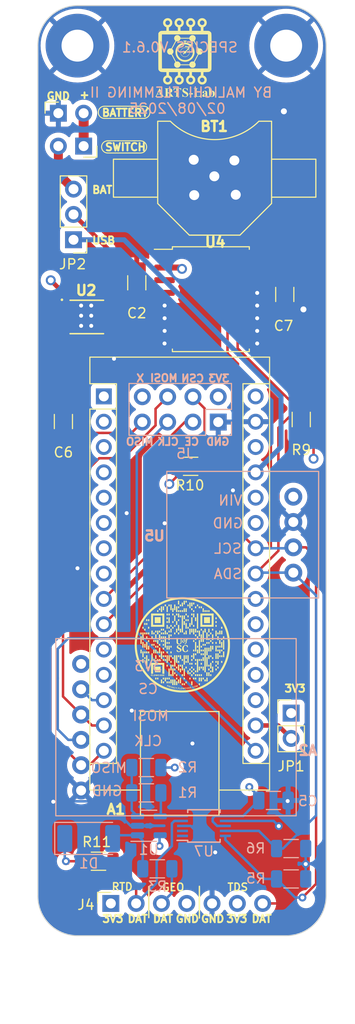
<source format=kicad_pcb>
(kicad_pcb (version 20240108) (generator "pcbnew") (generator_version "8.0")
  (layers (0 "F.Cu" mixed "Single-GND-Front") (1 "In1.Cu" power "AGND Plane") (2 "In2.Cu" power "3V3 Power Plane") (31 "B.Cu" mixed "Single-GND-Back") (34 "B.Paste" user) (35 "F.Paste" user) (36 "B.SilkS" user "B.Silkscreen") (37 "F.SilkS" user "F.Silkscreen") (38 "B.Mask" user) (39 "F.Mask" user) (44 "Edge.Cuts" user))
  (net 0 "")
  (net 4 "GND")
  (net 9 "CE")
  (net 10 "CSN")
  (net 11 "RTD")
  (net 13 "SD_CS")
  (net 14 "MOSI")
  (net 15 "MISO")
  (net 16 "CLK")
  (net 17 "3V3")
  (net 18 "Net-(JP2-C)")
  (net 19 "EC_DATA")
  (net 23 "SDA")
  (net 24 "SCL")
  (net 28 "Net-(BT1-+)")
  (net 29 "BATT")
  (net 31 "GEOPHONE")
  (net 32 "GNDA")
  (net 37 "Net-(D1-A)")
  (net 38 "Net-(U7-AIN1)")
  (net 39 "Net-(U1--)")
  (net 45 "Net-(A1-3V3)")
  (net 46 "+BATT")
  (net 47 "5V0")
  (footprint "Connector_PinSocket_2.54mm:PinSocket_2x04_P2.54mm_Vertical" (layer "F.Cu") (at 180.93 94.11 -90)
    (property "Reference" "J5" (at 3.172 3.35 0) (layer "B.SilkS") (effects (justify mirror)))
    (property "Value" "Conn_02x04")
    (pad "1" thru_hole rect (at 0 0 270) (size 1.7 1.7) (drill 1) (layers "*.Cu" "*.Mask") (net 4 "GND"))
    (pad "2" thru_hole oval (at -2.54 0 270) (size 1.7 1.7) (drill 1) (layers "*.Cu" "*.Mask") (net 17 "3V3"))
    (pad "3" thru_hole oval (at 0 2.54 270) (size 1.7 1.7) (drill 1) (layers "*.Cu" "*.Mask") (net 9 "CE"))
    (pad "4" thru_hole oval (at -2.54 2.54 270) (size 1.7 1.7) (drill 1) (layers "*.Cu" "*.Mask") (net 10 "CSN"))
    (pad "5" thru_hole oval (at 0 5.08 270) (size 1.7 1.7) (drill 1) (layers "*.Cu" "*.Mask") (net 16 "CLK"))
    (pad "6" thru_hole oval (at -2.54 5.08 270) (size 1.7 1.7) (drill 1) (layers "*.Cu" "*.Mask") (net 14 "MOSI"))
    (pad "7" thru_hole oval (at 0 7.62 270) (size 1.7 1.7) (drill 1) (layers "*.Cu" "*.Mask") (net 15 "MISO"))
    (pad "8" thru_hole oval (at -2.54 7.62 270) (size 1.7 1.7) (drill 1) (layers "*.Cu" "*.Mask"))
  )
  (footprint "MountingHole:MountingHole_3.2mm_M3_Pad" (layer "F.Cu") (at 166.8 56.34)
    (property "Reference" "H1" (hide yes))
    (property "Value" "MountingHole_Pad")
    (pad "1" thru_hole circle (at 0 0) (size 6.4 6.4) (drill 3.2) (layers "*.Cu" "*.Mask") (net 4 "GND"))
  )
  (footprint "Connector_PinSocket_2.54mm:PinSocket_1x07_P2.54mm_Horizontal" (layer "F.Cu") (at 170.15 142.412 90)
    (property "Reference" "J4" (at -0.138 -2.5 180) (layer "F.SilkS"))
    (property "Value" "Conn_01x07_Female")
    (pad "1" thru_hole rect (at 0 0 90) (size 1.7 1.7) (drill 1) (layers "*.Cu" "*.Mask") (net 17 "3V3"))
    (pad "2" thru_hole oval (at 0 2.54 90) (size 1.7 1.7) (drill 1) (layers "*.Cu" "*.Mask") (net 11 "RTD"))
    (pad "3" thru_hole oval (at 0 5.08 90) (size 1.7 1.7) (drill 1) (layers "*.Cu" "*.Mask") (net 31 "GEOPHONE"))
    (pad "4" thru_hole oval (at 0 7.62 90) (size 1.7 1.7) (drill 1) (layers "*.Cu" "*.Mask") (net 32 "GNDA"))
    (pad "5" thru_hole oval (at 0 10.16 90) (size 1.7 1.7) (drill 1) (layers "*.Cu" "*.Mask") (net 4 "GND"))
    (pad "6" thru_hole oval (at 0 12.7 90) (size 1.7 1.7) (drill 1) (layers "*.Cu" "*.Mask") (net 17 "3V3"))
    (pad "7" thru_hole oval (at 0 15.24 90) (size 1.7 1.7) (drill 1) (layers "*.Cu" "*.Mask") (net 19 "EC_DATA"))
  )
  (footprint "Connector_PinSocket_2.54mm:PinSocket_1x02_P2.54mm_Horizontal" (layer "F.Cu") (at 164.88 63.118 90)
    (property "Reference" "J2" (hide yes))
    (property "Value" "Conn_01x02" (hide yes))
    (pad "1" thru_hole rect (at 0 0 90) (size 1.7 1.7) (drill 1) (layers "*.Cu" "*.Mask") (net 4 "GND"))
    (pad "2" thru_hole oval (at 0 2.54 90) (size 1.7 1.7) (drill 1) (layers "*.Cu" "*.Mask") (net 46 "+BATT"))
  )
  (footprint "Connector_PinHeader_2.54mm:PinHeader_1x02_P2.54mm_Vertical" (layer "F.Cu") (at 188.248 123.316)
    (property "Reference" "JP1" (at 0 5.334 0) (layer "F.SilkS"))
    (property "Value" "Jumper_2")
    (pad "1" thru_hole rect (at 0 0) (size 1.7 1.7) (drill 1) (layers "*.Cu" "*.Mask") (net 17 "3V3"))
    (pad "2" thru_hole oval (at 0 2.54) (size 1.7 1.7) (drill 1) (layers "*.Cu" "*.Mask") (net 45 "Net-(A1-3V3)"))
  )
  (footprint "kitest:battery_holder_10mm" (layer "F.Cu") (at 180.57 69.64)
    (property "Reference" "BT1" (at -0.05 -5.19 180) (layer "F.SilkS") (effects (font (thickness 0.25) (bold yes))))
    (property "Value" "Battery_Cell")
    (pad "1" smd rect (at -8.255 0 270) (size 3.5 3.5) (layers "F.Cu" "F.Mask") (net 28 "Net-(BT1-+)"))
    (pad "1" smd rect (at 8.255 0 270) (size 3.5 3.5) (layers "F.Cu" "F.Mask") (net 28 "Net-(BT1-+)"))
    (pad "2" smd circle (at 0 0 270) (size 8 8) (layers "F.Cu" "F.Mask") (net 4 "GND"))
  )
  (footprint "kitest:ARTS_lab_logo" (layer "F.Cu") (at 177.58 57.53)
    (property "Reference" "G***" (hide yes))
    (property "Value" "LOGO" (hide yes))
  )
  (footprint "footprint:RH_8_1_ADI" (layer "F.Cu") (at 167.739 83.565)
    (property "Reference" "U2" (at -0.065 -2.667 0) (layer "F.SilkS") (effects (font (thickness 0.25) (bold yes))))
    (property "Value" "ADP124ARHZ-3.3-R7")
    (pad "1" smd rect (at -2.174999 -0.974999) (size 1.4112 0.4508) (layers "F.Cu" "F.Paste" "F.Mask") (net 17 "3V3"))
    (pad "2" smd rect (at -2.174999 -0.325001) (size 1.4112 0.4508) (layers "F.Cu" "F.Paste" "F.Mask") (net 17 "3V3"))
    (pad "3" smd rect (at -2.174999 0.325001) (size 1.4112 0.4508) (layers "F.Cu" "F.Paste" "F.Mask") (net 17 "3V3"))
    (pad "4" smd rect (at -2.174999 0.974999) (size 1.4112 0.4508) (layers "F.Cu" "F.Paste" "F.Mask") (net 4 "GND"))
    (pad "5" smd rect (at 2.174999 0.974999) (size 1.4112 0.4508) (layers "F.Cu" "F.Paste" "F.Mask") (net 18 "Net-(JP2-C)"))
    (pad "6" smd rect (at 2.174999 0.325001) (size 1.4112 0.4508) (layers "F.Cu" "F.Paste" "F.Mask"))
    (pad "7" smd rect (at 2.174999 -0.325001) (size 1.4112 0.4508) (layers "F.Cu" "F.Paste" "F.Mask") (net 18 "Net-(JP2-C)"))
    (pad "8" smd rect (at 2.174999 -0.974999) (size 1.4112 0.4508) (layers "F.Cu" "F.Paste" "F.Mask") (net 18 "Net-(JP2-C)"))
    (pad "EPAD" smd rect (at 0 0) (size 1.83 2.26) (layers "F.Cu" "F.Paste" "F.Mask") (net 4 "GND"))
  )
  (footprint "Resistor_SMD:R_1206_3216Metric" (layer "F.Cu") (at 189.264 93.852 90)
    (property "Reference" "R9" (at -3.048 0 180) (layer "F.SilkS"))
    (property "Value" "R_1kOhm")
    (pad "1" smd roundrect (at -1.4625 0 90) (size 1.125 1.75) (layers "F.Cu" "F.Paste" "F.Mask") (roundrect_rratio 0.222222) (net 17 "3V3"))
    (pad "2" smd roundrect (at 1.4625 0 90) (size 1.125 1.75) (layers "F.Cu" "F.Paste" "F.Mask") (roundrect_rratio 0.222222) (net 23 "SDA"))
  )
  (footprint "Connector_PinHeader_2.54mm:PinHeader_1x03_P2.54mm_Vertical" (layer "F.Cu") (at 166.404 75.818 180)
    (property "Reference" "JP2" (at 0.094 -2.452 0) (layer "F.SilkS"))
    (property "Value" "Jumper_3")
    (pad "1" thru_hole rect (at 0 0 180) (size 1.7 1.7) (drill 1) (layers "*.Cu" "*.Mask") (net 47 "5V0"))
    (pad "2" thru_hole oval (at 0 2.54 180) (size 1.7 1.7) (drill 1) (layers "*.Cu" "*.Mask") (net 18 "Net-(JP2-C)"))
    (pad "3" thru_hole oval (at 0 5.08 180) (size 1.7 1.7) (drill 1) (layers "*.Cu" "*.Mask") (net 29 "BATT"))
  )
  (footprint "Capacitor_SMD:C_1206_3216Metric" (layer "F.Cu") (at 165.388 94.057 -90)
    (property "Reference" "C6" (at 3.097 0 0) (layer "F.SilkS"))
    (property "Value" "C_1uF")
    (pad "1" smd roundrect (at -1.475 0 270) (size 1.15 1.8) (layers "F.Cu" "F.Paste" "F.Mask") (roundrect_rratio 0.217391) (net 17 "3V3"))
    (pad "2" smd roundrect (at 1.475 0 270) (size 1.15 1.8) (layers "F.Cu" "F.Paste" "F.Mask") (roundrect_rratio 0.217391) (net 4 "GND"))
  )
  (footprint "Resistor_SMD:R_1206_3216Metric" (layer "F.Cu") (at 168.91 138.176 180)
    (property "Reference" "R11" (at 0.1778 1.9304 180) (layer "F.SilkS"))
    (property "Value" "R_10K")
    (pad "1" smd roundrect (at -1.4625 0 180) (size 1.125 1.75) (layers "F.Cu" "F.Paste" "F.Mask") (roundrect_rratio 0.222222) (net 11 "RTD"))
    (pad "2" smd roundrect (at 1.4625 0 180) (size 1.125 1.75) (layers "F.Cu" "F.Paste" "F.Mask") (roundrect_rratio 0.222222) (net 32 "GNDA"))
  )
  (footprint "Module:Arduino_Nano" (layer "F.Cu") (at 169.445 91.535)
    (property "Reference" "A1" (at 1.2155 41.435 180) (layer "F.SilkS") (effects (font (thickness 0.25) (bold yes))))
    (property "Value" "Arduino Nano")
    (pad "1" thru_hole rect (at 0 0) (size 1.6 1.6) (drill 1) (layers "*.Cu" "*.Mask"))
    (pad "2" thru_hole oval (at 0 2.54) (size 1.6 1.6) (drill 1) (layers "*.Cu" "*.Mask"))
    (pad "3" thru_hole oval (at 0 5.08) (size 1.6 1.6) (drill 1) (layers "*.Cu" "*.Mask"))
    (pad "4" thru_hole oval (at 0 7.62) (size 1.6 1.6) (drill 1) (layers "*.Cu" "*.Mask") (net 32 "GNDA"))
    (pad "5" thru_hole oval (at 0 10.16) (size 1.6 1.6) (drill 1) (layers "*.Cu" "*.Mask"))
    (pad "6" thru_hole oval (at 0 12.7) (size 1.6 1.6) (drill 1) (layers "*.Cu" "*.Mask"))
    (pad "7" thru_hole oval (at 0 15.24) (size 1.6 1.6) (drill 1) (layers "*.Cu" "*.Mask"))
    (pad "8" thru_hole oval (at 0 17.78) (size 1.6 1.6) (drill 1) (layers "*.Cu" "*.Mask"))
    (pad "9" thru_hole oval (at 0 20.32) (size 1.6 1.6) (drill 1) (layers "*.Cu" "*.Mask") (net 9 "CE"))
    (pad "10" thru_hole oval (at 0 22.86) (size 1.6 1.6) (drill 1) (layers "*.Cu" "*.Mask") (net 10 "CSN"))
    (pad "11" thru_hole oval (at 0 25.4) (size 1.6 1.6) (drill 1) (layers "*.Cu" "*.Mask"))
    (pad "12" thru_hole oval (at 0 27.94) (size 1.6 1.6) (drill 1) (layers "*.Cu" "*.Mask"))
    (pad "13" thru_hole oval (at 0 30.48) (size 1.6 1.6) (drill 1) (layers "*.Cu" "*.Mask") (net 13 "SD_CS"))
    (pad "14" thru_hole oval (at 0 33.02) (size 1.6 1.6) (drill 1) (layers "*.Cu" "*.Mask") (net 14 "MOSI"))
    (pad "15" thru_hole oval (at 0 35.56) (size 1.6 1.6) (drill 1) (layers "*.Cu" "*.Mask") (net 15 "MISO"))
    (pad "16" thru_hole oval (at 15.24 35.56) (size 1.6 1.6) (drill 1) (layers "*.Cu" "*.Mask") (net 16 "CLK"))
    (pad "17" thru_hole oval (at 15.24 33.02) (size 1.6 1.6) (drill 1) (layers "*.Cu" "*.Mask") (net 45 "Net-(A1-3V3)"))
    (pad "18" thru_hole oval (at 15.24 30.48) (size 1.6 1.6) (drill 1) (layers "*.Cu" "*.Mask") (net 17 "3V3"))
    (pad "19" thru_hole oval (at 15.24 27.94) (size 1.6 1.6) (drill 1) (layers "*.Cu" "*.Mask"))
    (pad "20" thru_hole oval (at 15.24 25.4) (size 1.6 1.6) (drill 1) (layers "*.Cu" "*.Mask"))
    (pad "21" thru_hole oval (at 15.24 22.86) (size 1.6 1.6) (drill 1) (layers "*.Cu" "*.Mask"))
    (pad "22" thru_hole oval (at 15.24 20.32) (size 1.6 1.6) (drill 1) (layers "*.Cu" "*.Mask"))
    (pad "23" thru_hole oval (at 15.24 17.78) (size 1.6 1.6) (drill 1) (layers "*.Cu" "*.Mask") (net 23 "SDA"))
    (pad "24" thru_hole oval (at 15.24 15.24) (size 1.6 1.6) (drill 1) (layers "*.Cu" "*.Mask") (net 24 "SCL"))
    (pad "25" thru_hole oval (at 15.24 12.7) (size 1.6 1.6) (drill 1) (layers "*.Cu" "*.Mask"))
    (pad "26" thru_hole oval (at 15.24 10.16) (size 1.6 1.6) (drill 1) (layers "*.Cu" "*.Mask"))
    (pad "27" thru_hole oval (at 15.24 7.62) (size 1.6 1.6) (drill 1) (layers "*.Cu" "*.Mask") (net 47 "5V0"))
    (pad "28" thru_hole oval (at 15.24 5.08) (size 1.6 1.6) (drill 1) (layers "*.Cu" "*.Mask"))
    (pad "29" thru_hole oval (at 15.24 2.54) (size 1.6 1.6) (drill 1) (layers "*.Cu" "*.Mask") (net 4 "GND"))
    (pad "30" thru_hole oval (at 15.24 0) (size 1.6 1.6) (drill 1) (layers "*.Cu" "*.Mask"))
  )
  (footprint "Capacitor_SMD:C_1206_3216Metric" (layer "F.Cu") (at 172.754 80.136 90)
    (property "Reference" "C2" (at -3.048 0 180) (layer "F.SilkS"))
    (property "Value" "C_1uF")
    (pad "1" smd roundrect (at -1.475 0 90) (size 1.15 1.8) (layers "F.Cu" "F.Paste" "F.Mask") (roundrect_rratio 0.217391) (net 18 "Net-(JP2-C)"))
    (pad "2" smd roundrect (at 1.475 0 90) (size 1.15 1.8) (layers "F.Cu" "F.Paste" "F.Mask") (roundrect_rratio 0.217391) (net 4 "GND"))
  )
  (footprint "Package_SO:SOIC-16W_7.5x10.3mm_P1.27mm" (layer "F.Cu") (at 180.19 81.78)
    (property "Reference" "U4" (at 0.438 -5.708 0) (layer "F.SilkS") (effects (font (thickness 0.25) (bold yes))))
    (property "Value" "DS3231M")
    (pad "1" smd roundrect (at -4.65 -4.445) (size 2.05 0.6) (layers "F.Cu" "F.Paste" "F.Mask"))
    (pad "2" smd roundrect (at -4.65 -3.175) (size 2.05 0.6) (layers "F.Cu" "F.Paste" "F.Mask") (net 17 "3V3"))
    (pad "3" smd roundrect (at -4.65 -1.905) (size 2.05 0.6) (layers "F.Cu" "F.Paste" "F.Mask"))
    (pad "4" smd roundrect (at -4.65 -0.635) (size 2.05 0.6) (layers "F.Cu" "F.Paste" "F.Mask"))
    (pad "5" smd roundrect (at -4.65 0.635) (size 2.05 0.6) (layers "F.Cu" "F.Paste" "F.Mask") (net 4 "GND"))
    (pad "6" smd roundrect (at -4.65 1.905) (size 2.05 0.6) (layers "F.Cu" "F.Paste" "F.Mask") (net 4 "GND"))
    (pad "7" smd roundrect (at -4.65 3.175) (size 2.05 0.6) (layers "F.Cu" "F.Paste" "F.Mask") (net 4 "GND"))
    (pad "8" smd roundrect (at -4.65 4.445) (size 2.05 0.6) (layers "F.Cu" "F.Paste" "F.Mask") (net 4 "GND"))
    (pad "9" smd roundrect (at 4.65 4.445) (size 2.05 0.6) (layers "F.Cu" "F.Paste" "F.Mask") (net 4 "GND"))
    (pad "10" smd roundrect (at 4.65 3.175) (size 2.05 0.6) (layers "F.Cu" "F.Paste" "F.Mask") (net 4 "GND"))
    (pad "11" smd roundrect (at 4.65 1.905) (size 2.05 0.6) (layers "F.Cu" "F.Paste" "F.Mask") (net 4 "GND"))
    (pad "12" smd roundrect (at 4.65 0.635) (size 2.05 0.6) (layers "F.Cu" "F.Paste" "F.Mask") (net 4 "GND"))
    (pad "13" smd roundrect (at 4.65 -0.635) (size 2.05 0.6) (layers "F.Cu" "F.Paste" "F.Mask") (net 4 "GND"))
    (pad "14" smd roundrect (at 4.65 -1.905) (size 2.05 0.6) (layers "F.Cu" "F.Paste" "F.Mask") (net 28 "Net-(BT1-+)"))
    (pad "15" smd roundrect (at 4.65 -3.175) (size 2.05 0.6) (layers "F.Cu" "F.Paste" "F.Mask") (net 23 "SDA"))
    (pad "16" smd roundrect (at 4.65 -4.445) (size 2.05 0.6) (layers "F.Cu" "F.Paste" "F.Mask") (net 24 "SCL"))
  )
  (footprint "Connector_PinSocket_2.54mm:PinSocket_1x02_P2.54mm_Horizontal" (layer "F.Cu") (at 167.42 66.42 -90)
    (property "Reference" "J3" (hide yes))
    (property "Value" "Conn_01x02")
    (pad "1" thru_hole rect (at 0 0 270) (size 1.7 1.7) (drill 1) (layers "*.Cu" "*.Mask") (net 46 "+BATT"))
    (pad "2" thru_hole oval (at 0 2.54 270) (size 1.7 1.7) (drill 1) (layers "*.Cu" "*.Mask") (net 29 "BATT"))
  )
  (footprint "MountingHole:MountingHole_3.2mm_M3_Pad" (layer "F.Cu") (at 187.75 56.34)
    (property "Reference" "H2" (hide yes))
    (property "Value" "MountingHole_Pad")
    (pad "1" thru_hole circle (at 0 0) (size 6.4 6.4) (drill 3.2) (layers "*.Cu" "*.Mask") (net 4 "GND"))
  )
  (footprint "Capacitor_SMD:C_1206_3216Metric" (layer "F.Cu") (at 187.61 81.306 90)
    (property "Reference" "C7" (at -3.148 -0.124 180) (layer "F.SilkS"))
    (property "Value" "C_0.1uF")
    (pad "1" smd roundrect (at -1.475 0 90) (size 1.15 1.8) (layers "F.Cu" "F.Paste" "F.Mask") (roundrect_rratio 0.217391) (net 4 "GND"))
    (pad "2" smd roundrect (at 1.475 0 90) (size 1.15 1.8) (layers "F.Cu" "F.Paste" "F.Mask") (roundrect_rratio 0.217391) (net 28 "Net-(BT1-+)"))
  )
  (footprint "Resistor_SMD:R_1206_3216Metric" (layer "F.Cu") (at 178.16 98.55)
    (property "Reference" "R10" (at -0.072 1.906 0) (layer "F.SilkS"))
    (property "Value" "R_1kOhm")
    (pad "1" smd roundrect (at -1.4625 0) (size 1.125 1.75) (layers "F.Cu" "F.Paste" "F.Mask") (roundrect_rratio 0.222222) (net 17 "3V3"))
    (pad "2" smd roundrect (at 1.4625 0) (size 1.125 1.75) (layers "F.Cu" "F.Paste" "F.Mask") (roundrect_rratio 0.222222) (net 24 "SCL"))
  )
  (footprint "kitest:qrCode" (layer "B.Cu") (at 177.326 116.458 180)
    (property "Reference" "G***" (hide yes))
    (property "Value" "LOGO" (hide yes))
  )
  (footprint "kitest:SD Module" (layer "B.Cu") (at 178.595 134.8895 180)
    (property "Reference" "A2" (at -11.337 7.83 0) (layer "B.SilkS") (effects (font (thickness 0.25) (bold yes)) (justify mirror)))
    (property "Value" "SD_Card_Module")
    (fp_text user "3V3" (at 4.699 16.288 0) (layer "B.SilkS") (effects (justify mirror)))
    (fp_text user "CLK" (at 4.7066 8.7785 0) (layer "B.SilkS") (effects (justify mirror)))
    (fp_text user "MOSI" (at 4.445 11.303 0) (layer "B.SilkS") (effects (justify mirror)))
    (fp_text user "CS" (at 4.699 14.002 0) (layer "B.SilkS") (effects (justify mirror)))
    (fp_text user "MISO" (at 8.6436 6.0861 0) (layer "B.SilkS") (effects (justify mirror)))
    (fp_text user "GND" (at 8.8214 3.766 0) (layer "B.SilkS") (effects (justify mirror)))
    (pad "1" thru_hole circle (at 11.43 16.51 180) (size 1.8 1.8) (drill 1) (layers "*.Cu" "*.Mask") (net 17 "3V3"))
    (pad "2" thru_hole circle (at 11.43 13.97 180) (size 1.8 1.8) (drill 1) (layers "*.Cu" "*.Mask") (net 13 "SD_CS"))
    (pad "3" thru_hole circle (at 11.43 11.43 180) (size 1.8 1.8) (drill 1) (layers "*.Cu" "*.Mask") (net 14 "MOSI"))
    (pad "4" thru_hole circle (at 11.43 8.89 180) (size 1.8 1.8) (drill 1) (layers "*.Cu" "*.Mask") (net 16 "CLK"))
    (pad "5" thru_hole circle (at 11.43 6.35 180) (size 1.8 1.8) (drill 1) (layers "*.Cu" "*.Mask") (net 15 "MISO"))
    (pad "6" thru_hole circle (at 11.43 3.81 180) (size 1.8 1.8) (drill 1) (layers "*.Cu" "*.Mask") (net 4 "GND"))
  )
  (footprint "Resistor_SMD:R_1206_3216Metric" (layer "B.Cu") (at 188.248 139.954 180)
    (property "Reference" "R5" (at 3.5392 0.0508 0) (layer "B.SilkS") (effects (justify mirror)))
    (property "Value" "R_10K")
    (pad "1" smd roundrect (at -1.4625 0 180) (size 1.125 1.75) (layers "B.Cu" "B.Paste" "B.Mask") (roundrect_rratio 0.222222) (net 17 "3V3"))
    (pad "2" smd roundrect (at 1.4625 0 180) (size 1.125 1.75) (layers "B.Cu" "B.Paste" "B.Mask") (roundrect_rratio 0.222222) (net 24 "SCL"))
  )
  (footprint "Diode_SMD:D_MELF" (layer "B.Cu") (at 167.928 135.89)
    (property "Reference" "D1" (at 0 2.5 0) (layer "B.SilkS") (effects (justify mirror)))
    (property "Value" "SMZ1_770mV")
    (pad "1" smd roundrect (at -2.4 0) (size 1.5 2.7) (layers "B.Cu" "B.Paste" "B.Mask") (roundrect_rratio 0.1666666667) (net 32 "GNDA"))
    (pad "2" smd roundrect (at 2.4 0) (size 1.5 2.7) (layers "B.Cu" "B.Paste" "B.Mask") (roundrect_rratio 0.1666666667) (net 37 "Net-(D1-A)"))
  )
  (footprint "Resistor_SMD:R_1206_3216Metric" (layer "B.Cu") (at 173.7085 128.778)
    (property "Reference" "R2" (at 4.1423 -0.0254 0) (layer "B.SilkS") (effects (justify mirror)))
    (property "Value" "R_7.5K")
    (pad "1" smd roundrect (at -1.4625 0) (size 1.125 1.75) (layers "B.Cu" "B.Paste" "B.Mask") (roundrect_rratio 0.222222) (net 39 "Net-(U1--)"))
    (pad "2" smd roundrect (at 1.4625 0) (size 1.125 1.75) (layers "B.Cu" "B.Paste" "B.Mask") (roundrect_rratio 0.222222) (net 32 "GNDA"))
  )
  (footprint "kitest:BME260" (layer "B.Cu") (at 183.388 105.41)
    (property "Reference" "U5" (at -8.856 0.126 180) (layer "B.SilkS") (effects (font (thickness 0.25) (bold yes)) (justify mirror)))
    (property "Value" "BME260")
    (fp_text user "VIN" (at -1.236 -3.43 180) (layer "B.SilkS") (effects (justify mirror)))
    (fp_text user "GND" (at -1.49 -1.144 180) (layer "B.SilkS") (effects (justify mirror)))
    (fp_text user "SDA" (at -1.49 3.936 180) (layer "B.SilkS") (effects (justify mirror)))
    (fp_text user "SCL" (at -1.49 1.396 180) (layer "B.SilkS") (effects (justify mirror)))
    (pad "10" thru_hole circle (at 5.08 -1.27) (size 1.8 1.8) (drill 1) (layers "*.Cu" "*.Mask") (net 4 "GND"))
    (pad "11" thru_hole circle (at 5.08 1.27) (size 1.8 1.8) (drill 1) (layers "*.Cu" "*.Mask") (net 24 "SCL"))
    (pad "12" thru_hole circle (at 5.08 3.81) (size 1.8 1.8) (drill 1) (layers "*.Cu" "*.Mask") (net 23 "SDA"))
    (pad "13" thru_hole circle (at 5.08 -3.81) (size 1.8 1.8) (drill 1) (layers "*.Cu" "*.Mask") (net 17 "3V3"))
  )
  (footprint "Resistor_SMD:R_1206_3216Metric" (layer "B.Cu") (at 173.7085 131.318 180)
    (property "Reference" "R1" (at -4.1423 0.0254 0) (layer "B.SilkS") (effects (justify mirror)))
    (property "Value" "R_32K")
    (pad "1" smd roundrect (at -1.4625 0 180) (size 1.125 1.75) (layers "B.Cu" "B.Paste" "B.Mask") (roundrect_rratio 0.222222) (net 38 "Net-(U7-AIN1)"))
    (pad "2" smd roundrect (at 1.4625 0 180) (size 1.125 1.75) (layers "B.Cu" "B.Paste" "B.Mask") (roundrect_rratio 0.222222) (net 39 "Net-(U1--)"))
  )
  (footprint "Resistor_SMD:R_1206_3216Metric" (layer "B.Cu") (at 174.8135 138.938 180)
    (property "Reference" "R3" (at 0 -1.778 0) (layer "B.SilkS") (effects (justify mirror)))
    (property "Value" "R_100")
    (pad "1" smd roundrect (at -1.4625 0 180) (size 1.125 1.75) (layers "B.Cu" "B.Paste" "B.Mask") (roundrect_rratio 0.222222) (net 31 "GEOPHONE"))
    (pad "2" smd roundrect (at 1.4625 0 180) (size 1.125 1.75) (layers "B.Cu" "B.Paste" "B.Mask") (roundrect_rratio 0.222222) (net 37 "Net-(D1-A)"))
  )
  (footprint "Capacitor_SMD:C_1206_3216Metric" (layer "B.Cu") (at 186.47 132.08)
    (property "Reference" "C5" (at 3.462 0.0595 0) (layer "B.SilkS") (effects (justify mirror)))
    (property "Value" "C_0.1uF")
    (pad "1" smd roundrect (at -1.475 0) (size 1.15 1.8) (layers "B.Cu" "B.Paste" "B.Mask") (roundrect_rratio 0.217391) (net 17 "3V3"))
    (pad "2" smd roundrect (at 1.475 0) (size 1.15 1.8) (layers "B.Cu" "B.Paste" "B.Mask") (roundrect_rratio 0.217391) (net 4 "GND"))
  )
  (footprint "Package_TO_SOT_SMD:SOT-23-5" (layer "B.Cu") (at 173.9625 134.62)
    (property "Reference" "U1" (at 0 2.4 0) (layer "B.SilkS") (effects (justify mirror)))
    (property "Value" "LM321")
    (pad "1" smd roundrect (at -1.1375 0.95) (size 1.325 0.6) (layers "B.Cu" "B.Paste" "B.Mask") (net 37 "Net-(D1-A)"))
    (pad "2" smd roundrect (at -1.1375 0) (size 1.325 0.6) (layers "B.Cu" "B.Paste" "B.Mask") (net 4 "GND"))
    (pad "3" smd roundrect (at -1.1375 -0.95) (size 1.325 0.6) (layers "B.Cu" "B.Paste" "B.Mask") (net 39 "Net-(U1--)"))
    (pad "4" smd roundrect (at 1.1375 -0.95) (size 1.325 0.6) (layers "B.Cu" "B.Paste" "B.Mask") (net 38 "Net-(U7-AIN1)"))
    (pad "5" smd roundrect (at 1.1375 0.95) (size 1.325 0.6) (layers "B.Cu" "B.Paste" "B.Mask") (net 17 "3V3"))
  )
  (footprint "Package_SO:TSSOP-10_3x3mm_P0.5mm" (layer "B.Cu") (at 179.494 134.636)
    (property "Reference" "U7" (at 0 2.55 0) (layer "B.SilkS") (effects (justify mirror)))
    (property "Value" "ADS1115IDGS")
    (pad "1" smd rect (at -2.15 1) (size 1.1 0.25) (layers "B.Cu" "B.Paste" "B.Mask"))
    (pad "2" smd rect (at -2.15 0.5) (size 1.1 0.25) (layers "B.Cu" "B.Paste" "B.Mask"))
    (pad "3" smd rect (at -2.15 0) (size 1.1 0.25) (layers "B.Cu" "B.Paste" "B.Mask") (net 4 "GND"))
    (pad "4" smd rect (at -2.15 -0.5) (size 1.1 0.25) (layers "B.Cu" "B.Paste" "B.Mask") (net 11 "RTD"))
    (pad "5" smd rect (at -2.15 -1) (size 1.1 0.25) (layers "B.Cu" "B.Paste" "B.Mask") (net 38 "Net-(U7-AIN1)"))
    (pad "6" smd rect (at 2.15 -1) (size 1.1 0.25) (layers "B.Cu" "B.Paste" "B.Mask") (net 17 "3V3"))
    (pad "7" smd rect (at 2.15 -0.5) (size 1.1 0.25) (layers "B.Cu" "B.Paste" "B.Mask") (net 19 "EC_DATA"))
    (pad "8" smd rect (at 2.15 0) (size 1.1 0.25) (layers "B.Cu" "B.Paste" "B.Mask") (net 17 "3V3"))
    (pad "9" smd rect (at 2.15 0.5) (size 1.1 0.25) (layers "B.Cu" "B.Paste" "B.Mask") (net 23 "SDA"))
    (pad "10" smd rect (at 2.15 1) (size 1.1 0.25) (layers "B.Cu" "B.Paste" "B.Mask") (net 24 "SCL"))
  )
  (footprint "Resistor_SMD:R_1206_3216Metric" (layer "B.Cu") (at 188.248 136.906 180)
    (property "Reference" "R6" (at 3.566 0.024 0) (layer "B.SilkS") (effects (justify mirror)))
    (property "Value" "R_10K")
    (pad "1" smd roundrect (at -1.4625 0 180) (size 1.125 1.75) (layers "B.Cu" "B.Paste" "B.Mask") (roundrect_rratio 0.222222) (net 17 "3V3"))
    (pad "2" smd roundrect (at 1.4625 0 180) (size 1.125 1.75) (layers "B.Cu" "B.Paste" "B.Mask") (roundrect_rratio 0.222222) (net 23 "SDA"))
  )
  (gr_line (start 169.831856 67.112593) (end 173.131856 67.112593) (stroke (width 0.1)) (layer "F.SilkS"))
  (gr_arc (start 169.831856 67.112593) (mid 169.4 66.933712) (end 169.221119 66.501856) (stroke (width 0.1)) (layer "F.SilkS"))
  (gr_arc (start 174.070737 63.03) (mid 173.891856 63.461856) (end 173.46 63.640737) (stroke (width 0.1)) (layer "F.SilkS"))
  (gr_arc (start 169.5 63.64) (mid 169.068144 63.461119) (end 168.889263 63.029263) (stroke (width 0.1)) (layer "F.SilkS"))
  (gr_arc (start 173.742593 66.502593) (mid 173.563712 66.934449) (end 173.131856 67.11333) (stroke (width 0.1)) (layer "F.SilkS"))
  (gr_line (start 169.5 63.64) (end 173.46 63.64) (stroke (width 0.1)) (layer "F.SilkS"))
  (gr_arc (start 173.46 62.419263) (mid 173.891856 62.598144) (end 174.070737 63.03) (stroke (width 0.1)) (layer "F.SilkS"))
  (gr_line (start 179.04 143.872) (end 179.04 140.7) (stroke (width 0.15)) (layer "F.SilkS"))
  (gr_line (start 173.131856 65.891856) (end 169.831856 65.891856) (stroke (width 0.1)) (layer "F.SilkS"))
  (gr_line (start 173.96 143.83) (end 173.96 140.72) (stroke (width 0.15)) (layer "F.SilkS"))
  (gr_line (start 169.5 62.418526) (end 173.46 62.418526) (stroke (width 0.1)) (layer "F.SilkS"))
  (gr_arc (start 168.889263 63.029263) (mid 169.068144 62.597407) (end 169.5 62.418526) (stroke (width 0.1)) (layer "F.SilkS"))
  (gr_arc (start 169.221119 66.501856) (mid 169.4 66.07) (end 169.831856 65.891119) (stroke (width 0.1)) (layer "F.SilkS"))
  (gr_arc (start 173.131856 65.891856) (mid 173.563712 66.070737) (end 173.742593 66.502593) (stroke (width 0.1)) (layer "F.SilkS"))
  (gr_arc (start 166.8 145.65) (mid 163.985715 144.484285) (end 162.82 141.67) (stroke (width 0.1)) (layer "Edge.Cuts"))
  (gr_line (start 162.82 141.67) (end 162.82 56.299988) (stroke (width 0.1)) (layer "Edge.Cuts"))
  (gr_arc (start 187.75 52.319988) (mid 190.592578 53.497422) (end 191.770012 56.34) (stroke (width 0.1)) (layer "Edge.Cuts"))
  (gr_line (start 187.75 145.65) (end 166.8 145.65) (stroke (width 0.1)) (layer "Edge.Cuts"))
  (gr_line (start 187.75 52.319988) (end 166.8 52.319988) (stroke (width 0.1)) (layer "Edge.Cuts"))
  (gr_line (start 191.770012 56.34) (end 191.770012 141.629988) (stroke (width 0.1)) (layer "Edge.Cuts"))
  (gr_arc (start 191.770012 141.629988) (mid 190.592578 144.472566) (end 187.75 145.65) (stroke (width 0.1)) (layer "Edge.Cuts"))
  (gr_arc (start 162.82 56.299988) (mid 163.985715 53.485703) (end 166.8 52.319988) (stroke (width 0.1)) (layer "Edge.Cuts"))
  (gr_text "X" (at 173.58 90.154 0) (layer "B.SilkS") (effects (font (size 0.75 0.75) (thickness 0.1875) (bold yes)) (justify left bottom mirror)))
  (gr_text "MOSI" (at 176.95 90.134 0) (layer "B.SilkS") (effects (font (size 0.75 0.75) (thickness 0.1875) (bold yes)) (justify left bottom mirror)))
  (gr_text "CSN" (at 179.612 90.17 0) (layer "B.SilkS") (effects (font (size 0.75 0.75) (thickness 0.1875) (bold yes)) (justify left bottom mirror)))
  (gr_text "CE" (at 179.104 96.52 0) (layer "B.SilkS") (effects (font (size 0.75 0.75) (thickness 0.1875) (bold yes)) (justify left bottom mirror)))
  (gr_text "BY MALICHI FLEMMING II \n02/08/2025" (at 176.818 61.848 0) (layer "B.SilkS") (effects (font (size 1 1)) (justify mirror)))
  (gr_text "3V3" (at 182.152 90.17 0) (layer "B.SilkS") (effects (font (size 0.75 0.75) (thickness 0.1875) (bold yes)) (justify left bottom mirror)))
  (gr_text "MISO" (at 174.532 96.52 0) (layer "B.SilkS") (effects (font (size 0.75 0.75) (thickness 0.1875) (bold yes)) (justify left bottom mirror)))
  (gr_text "SPECIES V0.6.1" (at 177.072 56.514 0) (layer "B.SilkS") (effects (font (size 1 1)) (justify mirror)))
  (gr_text "GND" (at 182.152 96.52 0) (layer "B.SilkS") (effects (font (size 0.75 0.75) (thickness 0.1875) (bold yes)) (justify left bottom mirror)))
  (gr_text "CLK" (at 177.072 96.52 0) (layer "B.SilkS") (effects (font (size 0.75 0.75) (thickness 0.1875) (bold yes)) (justify left bottom mirror)))
  (gr_text "GND" (at 163.61 61.848 0) (layer "F.SilkS") (effects (font (size 0.75 0.75) (thickness 0.1875) (bold yes)) (justify left bottom)))
  (gr_text "DAT" (at 184.184 144.398 0) (layer "F.SilkS") (effects (font (size 0.75 0.75) (thickness 0.1875) (bold yes)) (justify left bottom)))
  (gr_text "3V3" (at 181.644 144.398 0) (layer "F.SilkS") (effects (font (size 0.75 0.75) (thickness 0.1875) (bold yes)) (justify left bottom)))
  (gr_text "DAT" (at 174.278 144.398 0) (layer "F.SilkS") (effects (font (size 0.75 0.75) (thickness 0.1875) (bold yes)) (justify left bottom)))
  (gr_text "BATTERY" (at 169.16 63.51 0) (layer "F.SilkS") (effects (font (size 0.75 0.75) (thickness 0.1875) (bold yes)) (justify left bottom)))
  (gr_text "BAT" (at 168.182 71.246 0) (layer "F.SilkS") (effects (font (size 0.75 0.75) (thickness 0.1875) (bold yes)) (justify left bottom)))
  (gr_text "RTD" (at 171.29 140.74 0) (layer "F.SilkS") (effects (font (size 0.75 0.75))))
  (gr_text "GEO" (at 176.4 140.79 0) (layer "F.SilkS") (effects (font (size 0.75 0.75))))
  (gr_text "+" (at 166.92 61.7 0) (layer "F.SilkS") (effects (font (size 0.75 0.75) (thickness 0.1875) (bold yes)) (justify left bottom)))
  (gr_text "DAT" (at 171.738 144.398 0) (layer "F.SilkS") (effects (font (size 0.75 0.75) (thickness 0.1875) (bold yes)) (justify left bottom)))
  (gr_text "3V3" (at 187.486 121.284 0) (layer "F.SilkS") (effects (font (size 0.75 0.75) (thickness 0.1875) (bold yes)) (justify left bottom)))
  (gr_text "3V3" (at 169.198 144.398 0) (layer "F.SilkS") (effects (font (size 0.75 0.75) (thickness 0.1875) (bold yes)) (justify left bottom)))
  (gr_text "GND" (at 176.564 144.398 0) (layer "F.SilkS") (effects (font (size 0.75 0.75) (thickness 0.1875) (bold yes)) (justify left bottom)))
  (gr_text "SWITCH" (at 169.479856 66.957593 0) (layer "F.SilkS") (effects (font (size 0.75 0.75) (thickness 0.1875) (bold yes)) (justify left bottom)))
  (gr_text "GND" (at 179.104 144.398 0) (layer "F.SilkS") (effects (font (size 0.75 0.75) (thickness 0.1875) (bold yes)) (justify left bottom)))
  (gr_text "USB" (at 168.182 76.326 0) (layer "F.SilkS") (effects (font (size 0.75 0.75) (thickness 0.1875) (bold yes)) (justify left bottom)))
  (gr_text "TDS" (at 182.89 140.78 0) (layer "F.SilkS") (effects (font (size 0.75 0.75))))
  (segment (start 175.54 82.415) (end 175.54 86.225) (width 0.25) (layer "F.Cu") (net 4))
  (segment (start 184.84 81.145) (end 184.84 86.225) (width 0.25) (layer "F.Cu") (net 4))
  (segment (start 170.468 87.756) (end 167.739 85.027) (width 0.25) (layer "F.Cu") (net 4))
  (segment (start 187.61 82.781) (end 189.461 82.781) (width 0.25) (layer "F.Cu") (net 4))
  (segment (start 189.461 82.781) (end 189.484 82.804) (width 0.25) (layer "F.Cu") (net 4))
  (segment (start 167.739 85.027) (end 167.739 83.565) (width 0.25) (layer "F.Cu") (net 4))
  (via (at 184.84 83.692) (size 0.7) (drill 0.4) (layers "F.Cu" "B.Cu") (net 4))
  (via (at 180.628 137.286) (size 0.8) (drill 0.4) (layers "F.Cu" "B.Cu") (net 4))
  (via (at 164.372 132.206) (size 0.8) (drill 0.4) (layers "F.Cu" "B.Cu") (net 4))
  (via (at 182.69 71.3) (size 1.4) (drill 1) (layers "F.Cu" "B.Cu") (net 4))
  (via (at 178.52 71.34) (size 1.4) (drill 1) (layers "F.Cu" "B.Cu") (net 4))
  (via (at 168.182 83.438) (size 0.7) (drill 0.4) (layers "F.Cu" "B.Cu") (net 4))
  (via (at 178.47 67.79) (size 1.4) (drill 1) (layers "F.Cu" "B.Cu") (net 4))
  (via (at 171.738 103.25) (size 0.8) (drill 0.4) (layers "F.Cu" "B.Cu") (net 4))
  (via (at 168.182 84.454) (size 0.7) (drill 0.4) (layers "F.Cu" "B.Cu") (net 4))
  (via (at 184.84 81.152) (size 0.7) (drill 0.4) (layers "F.Cu" "B.Cu") (net 4))
  (via (at 184.84 84.962) (size 0.7) (drill 0.4) (layers "F.Cu" "B.Cu") (net 4))
  (via (at 189.484 82.804) (size 1) (drill 0.6) (layers "F.Cu" "B.Cu") (net 4))
  (via (at 167.166 82.422) (size 0.7) (drill 0.4) (layers "F.Cu" "B.Cu") (net 4))
  (via (at 184.84 86.225) (size 0.7) (drill 0.4) (layers "F.Cu" "B.Cu") (net 4))
  (via (at 166.8 108.78) (size 0.8) (drill 0.4) (layers "F.Cu" "B.Cu") (net 4))
  (via (at 168.182 82.422) (size 0.7) (drill 0.4) (layers "F.Cu" "B.Cu") (net 4))
  (via (at 184.84 82.422) (size 0.7) (drill 0.4) (layers "F.Cu" "B.Cu") (net 4))
  (via (at 182.55 67.86) (size 1.4) (drill 1) (layers "F.Cu" "B.Cu") (net 4))
  (via (at 175.548 104.266) (size 0.8) (drill 0.4) (layers "F.Cu" "B.Cu") (net 4))
  (via (at 175.548 84.962) (size 0.7) (drill 0.4) (layers "F.Cu" "B.Cu") (net 4))
  (via (at 187.52 62.93) (size 1) (drill 0.6) (layers "F.Cu" "B.Cu") (net 4))
  (via (at 180.54 69.45) (size 1.4) (drill 1) (layers "F.Cu" "B.Cu") (net 4))
  (via (at 175.54 86.225) (size 0.7) (drill 0.4) (layers "F.Cu" "B.Cu") (net 4))
  (via (at 175.548 83.692) (size 0.7) (drill 0.4) (layers "F.Cu" "B.Cu") (net 4))
  (via (at 175.548 82.422) (size 0.7) (drill 0.4) (layers "F.Cu" "B.Cu") (net 4))
  (via (at 172.246 123.062) (size 0.8) (drill 0.4) (layers "F.Cu" "B.Cu") (net 4))
  (via (at 170.468 87.756) (size 0.8) (drill 0.4) (layers "F.Cu" "B.Cu") (net 4))
  (via (at 182.406 100.964) (size 0.8) (drill 0.4) (layers "F.Cu" "B.Cu") (net 4))
  (via (at 178.342 126.364) (size 0.8) (drill 0.4) (layers "F.Cu" "B.Cu") (net 4))
  (via (at 187.9 132.1395) (size 0.8) (drill 0.4) (layers "F.Cu" "B.Cu") (net 4))
  (via (at 167.166 83.438) (size 0.7) (drill 0.4) (layers "F.Cu" "B.Cu") (net 4))
  (via (at 167.166 84.454) (size 0.7) (drill 0.4) (layers "F.Cu" "B.Cu") (net 4))
  (segment (start 178.169 134.636) (end 180.628 137.095) (width 0.25) (layer "B.Cu") (net 4))
  (segment (start 172.825 134.62) (end 172.1358 134.62) (width 0.25) (layer "B.Cu") (net 4))
  (segment (start 172.1358 134.62) (end 169.6778 132.162) (width 0.25) (layer "B.Cu") (net 4))
  (segment (start 169.6778 132.162) (end 164.416 132.162) (width 0.25) (layer "B.Cu") (net 4))
  (segment (start 180.628 137.095) (end 180.628 137.286) (width 0.25) (layer "B.Cu") (net 4))
  (segment (start 164.416 132.162) (end 164.372 132.206) (width 0.25) (layer "B.Cu") (net 4))
  (segment (start 177.344 134.636) (end 178.169 134.636) (width 0.25) (layer "B.Cu") (net 4))
  (segment (start 177.576 94.11) (end 178.39 94.11) (width 0.25) (layer "F.Cu") (net 9))
  (segment (start 173.897 107.403) (end 173.897 97.789) (width 0.25) (layer "F.Cu") (net 9))
  (segment (start 173.897 97.789) (end 177.576 94.11) (width 0.25) (layer "F.Cu") (net 9))
  (segment (start 169.445 111.855) (end 173.897 107.403) (width 0.25) (layer "F.Cu") (net 9))
  (segment (start 179.565 92.745) (end 179.565 96.375) (width 0.25) (layer "F.Cu") (net 10))
  (segment (start 178.14 105.7) (end 169.445 114.395) (width 0.25) (layer "F.Cu") (net 10))
  (segment (start 178.14 97.8) (end 178.14 105.7) (width 0.25) (layer "F.Cu") (net 10))
  (segment (start 179.565 96.375) (end 178.14 97.8) (width 0.25) (layer "F.Cu") (net 10))
  (segment (start 178.39 91.57) (end 179.565 92.745) (width 0.25) (layer "F.Cu") (net 10))
  (segment (start 170.3725 138.176) (end 172.69 140.4935) (width 0.25) (layer "F.Cu") (net 11))
  (segment (start 172.69 140.4935) (end 172.69 142.412) (width 0.25) (layer "F.Cu") (net 11))
  (segment (start 176.276 134.379) (end 176.276 136.652) (width 0.25) (layer "B.Cu") (net 11))
  (segment (start 176.276 136.652) (end 174.752 138.176) (width 0.25) (layer "B.Cu") (net 11))
  (segment (start 174.752 138.176) (end 174.752 140.35) (width 0.25) (layer "B.Cu") (net 11))
  (segment (start 174.752 140.35) (end 172.69 142.412) (width 0.25) (layer "B.Cu") (net 11))
  (segment (start 176.519 134.136) (end 176.276 134.379) (width 0.25) (layer "B.Cu") (net 11))
  (segment (start 177.344 134.136) (end 176.519 134.136) (width 0.25) (layer "B.Cu") (net 11))
  (segment (start 168.2605 122.015) (end 169.445 122.015) (width 0.25) (layer "B.Cu") (net 13))
  (segment (start 167.165 120.9195) (end 168.2605 122.015) (width 0.25) (layer "B.Cu") (net 13))
  (segment (start 168.97901 97.74) (end 171.341701 97.74) (width 0.25) (layer "F.Cu") (net 14))
  (segment (start 165.6255 121.92) (end 166.25175 122.54625) (width 0.25) (layer "F.Cu") (net 14))
  (segment (start 168.2605 124.555) (end 169.445 124.555) (width 0.25) (layer "F.Cu") (net 14))
  (segment (start 174.64 94.441701) (end 174.64 92.78) (width 0.25) (layer "F.Cu") (net 14))
  (segment (start 174.64 92.78) (end 175.85 91.57) (width 0.25) (layer "F.Cu") (net 14))
  (segment (start 166.25175 122.54625) (end 165.35 121.6445) (width 0.25) (layer "F.Cu") (net 14))
  (segment (start 165.35 121.6445) (end 165.35 101.369009) (width 0.25) (layer "F.Cu") (net 14))
  (segment (start 171.341701 97.74) (end 174.64 94.441701) (width 0.25) (layer "F.Cu") (net 14))
  (segment (start 165.35 101.369009) (end 168.97901 97.74) (width 0.25) (layer "F.Cu") (net 14))
  (segment (start 166.25175 122.54625) (end 167.165 123.4595) (width 0.25) (layer "F.Cu") (net 14))
  (segment (start 167.165 123.4595) (end 168.2605 124.555) (width 0.25) (layer "F.Cu") (net 14))
  (segment (start 169.214 95.2) (end 169.418 95.2) (width 0.25) (layer "F.Cu") (net 15))
  (segment (start 169.445 127.095) (end 168.0005 128.5395) (width 0.25) (layer "F.Cu") (net 15))
  (segment (start 168.579 95.2) (end 164.084 99.695) (width 0.25) (layer "F.Cu") (net 15))
  (segment (start 164.084 100.965) (end 164.084 100.385008) (width 0.25) (layer "F.Cu") (net 15))
  (segment (start 164.084 99.695) (end 164.084 100.965) (width 0.25) (layer "F.Cu") (net 15))
  (segment (start 169.418 95.2) (end 168.579 95.2) (width 0.25) (layer "F.Cu") (net 15))
  (segment (start 167.165 128.5395) (end 164.084 125.4585) (width 0.25) (layer "F.Cu") (net 15))
  (segment (start 168.0005 128.5395) (end 167.165 128.5395) (width 0.25) (layer "F.Cu") (net 15))
  (segment (start 172.22 95.2) (end 173.31 94.11) (width 0.25) (layer "F.Cu") (net 15))
  (segment (start 169.418 95.2) (end 172.22 95.2) (width 0.25) (layer "F.Cu") (net 15))
  (segment (start 164.084 125.4585) (end 164.084 100.965) (width 0.25) (layer "F.Cu") (net 15))
  (segment (start 172.754 115.164) (end 172.754 97.206) (width 0.25) (layer "B.Cu") (net 16))
  (segment (start 175.827 118.237) (end 174.718 117.128) (width 0.25) (layer "B.Cu") (net 16))
  (segment (start 164.82 119.888) (end 164.82 116.866) (width 0.25) (layer "B.Cu") (net 16))
  (segment (start 164.82 124.942) (end 164.82 119.888) (width 0.25) (layer "B.Cu") (net 16))
  (segment (start 165.876 115.81) (end 173.4 115.81) (width 0.25) (layer "B.Cu") (net 16))
  (segment (start 164.82 119.888) (end 164.82 119.73) (width 0.25) (layer "B.Cu") (net 16))
  (segment (start 175.827 118.237) (end 184.685 127.095) (width 0.25) (layer "B.Cu") (net 16))
  (segment (start 164.82 116.866) (end 165.876 115.81) (width 0.25) (layer "B.Cu") (net 16))
  (segment (start 173.4 115.81) (end 174.718 117.128) (width 0.25) (layer "B.Cu") (net 16))
  (segment (start 172.754 97.206) (end 175.85 94.11) (width 0.25) (layer "B.Cu") (net 16))
  (segment (start 174.718 117.128) (end 172.754 115.164) (width 0.25) (layer "B.Cu") (net 16))
  (segment (start 165.8775 125.9995) (end 164.82 124.942) (width 0.25) (layer "B.Cu") (net 16))
  (segment (start 167.165 125.9995) (end 165.8775 125.9995) (width 0.25) (layer "B.Cu") (net 16))
  (segment (start 177.157 78.605) (end 177.292 78.74) (width 0.6) (layer "F.Cu") (net 17))
  (segment (start 176.6975 99.6545) (end 176.022 100.33) (width 0.25) (layer "F.Cu") (net 17))
  (segment (start 164.433401 83.889599) (end 165.083001 83.239999) (width 0.45) (layer "F.Cu") (net 17))
  (segment (start 190.5 96.5505) (end 190.5 97.79) (width 0.25) (layer "F.Cu") (net 17))
  (segment (start 164.118 79.882) (end 165.564001 81.328001) (width 0.45) (layer "F.Cu") (net 17))
  (segment (start 164.433401 91.627401) (end 164.433401 83.889599) (width 0.45) (layer "F.Cu") (net 17))
  (segment (start 175.54 78.605) (end 177.157 78.605) (width 0.6) (layer "F.Cu") (net 17))
  (segment (start 189.264 95.3145) (end 190.5 96.5505) (width 0.25) (layer "F.Cu") (net 17))
  (segment (start 165.388 92.582) (end 164.433401 91.627401) (width 0.45) (layer "F.Cu") (net 17))
  (segment (start 176.6975 98.55) (end 176.6975 99.6545) (width 0.25) (layer "F.Cu") (net 17))
  (segment (start 165.083001 83.239999) (end 165.564001 83.239999) (width 0.45) (layer "F.Cu") (net 17))
  (segment (start 165.564001 81.328001) (end 165.564001 83.890001) (width 0.45) (layer "F.Cu") (net 17))
  (via (at 164.118 79.882) (size 1) (drill 0.6) (layers "F.Cu" "B.Cu") (net 17))
  (via (at 184.05 130.7275) (size 0.8) (drill 0.4) (layers "F.Cu" "B.Cu") (net 17))
  (via (at 190.5 97.79) (size 1) (drill 0.6) (layers "F.Cu" "B.Cu") (net 17))
  (via (at 175.04 136.652) (size 0.8) (drill 0.4) (layers "F.Cu" "B.Cu") (net 17))
  (via (at 176.022 100.33) (size 1) (drill 0.6) (layers "F.Cu" "B.Cu") (net 17))
  (via (at 189.7105 138.46) (size 0.8) (drill 0.4) (layers "F.Cu" "B.Cu") (net 17))
  (via (at 177.292 78.74) (size 1) (drill 0.6) (layers "F.Cu" "B.Cu") (net 17))
  (segment (start 175.04 136.652) (end 175.04 135.63) (width 0.25) (layer "B.Cu") (net 17))
  (segment (start 180.819 134.636) (end 181.644 134.636) (width 0.25) (layer "B.Cu") (net 17))
  (segment (start 189.7105 138.46) (end 189.7105 136.906) (width 0.25) (layer "B.Cu") (net 17))
  (segment (start 184.995 132.08) (end 184.995 131.6725) (width 0.25) (layer "B.Cu") (net 17))
  (segment (start 180.374 134.191) (end 180.819 134.636) (width 0.25) (layer "B.Cu") (net 17))
  (segment (start 184.995 131.6725) (end 184.05 130.7275) (width 0.25) (layer "B.Cu") (net 17))
  (segment (start 183.439 133.636) (end 184.995 132.08) (width 0.25) (layer "B.Cu") (net 17))
  (segment (start 189.7105 139.954) (end 189.7105 138.46) (width 0.25) (layer "B.Cu") (net 17))
  (segment (start 175.04 135.63) (end 175.1 135.57) (width 0.25) (layer "B.Cu") (net 17))
  (segment (start 181.644 133.636) (end 180.596 133.636) (width 0.25) (layer "B.Cu") (net 17))
  (segment (start 180.374 133.858) (end 180.374 134.191) (width 0.25) (layer "B.Cu") (net 17))
  (segment (start 180.596 133.636) (end 180.374 133.858) (width 0.25) (layer "B.Cu") (net 17))
  (segment (start 181.644 133.636) (end 183.439 133.636) (width 0.25) (layer "B.Cu") (net 17))
  (segment (start 169.913999 76.787999) (end 169.913999 83.239999) (width 0.45) (layer "F.Cu") (net 18))
  (segment (start 169.913999 82.590001) (end 169.913999 83.239999) (width 0.45) (layer "F.Cu") (net 18))
  (segment (start 171.774999 82.590001) (end 171.774999 83.810001) (width 0.45) (layer "F.Cu") (net 18))
  (segment (start 171.774999 82.590001) (end 172.754 81.611) (width 0.45) (layer "F.Cu") (net 18))
  (segment (start 171.774999 83.810001) (end 171.045001 84.539999) (width 0.45) (layer "F.Cu") (net 18))
  (segment (start 171.045001 84.539999) (end 169.913999 84.539999) (width 0.45) (layer "F.Cu") (net 18))
  (segment (start 166.404 73.278) (end 169.913999 76.787999) (width 0.45) (layer "F.Cu") (net 18))
  (segment (start 169.913999 82.590001) (end 171.774999 82.590001) (width 0.45) (layer "F.Cu") (net 18))
  (segment (start 188.37 141.46) (end 187.418 142.412) (width 0.25) (layer "F.Cu") (net 19))
  (segment (start 187.418 142.412) (end 185.39 142.412) (width 0.25) (layer "F.Cu") (net 19))
  (segment (start 188.37 136.012) (end 188.37 141.46) (width 0.25) (layer "F.Cu") (net 19))
  (segment (start 187.009 134.651) (end 188.37 136.012) (width 0.25) (layer "F.Cu") (net 19))
  (via (at 187.009 134.651) (size 0.8) (drill 0.4) (layers "F.Cu" "B.Cu") (net 19))
  (segment (start 186.494 134.136) (end 181.644 134.136) (width 0.25) (layer "B.Cu") (net 19))
  (segment (start 187.009 134.651) (end 186.494 134.136) (width 0.25) (layer "B.Cu") (net 19))
  (segment (start 183.4976 78.605) (end 184.84 78.605) (width 0.25) (layer "F.Cu") (net 23))
  (segment (start 189.264 92.3895) (end 188.5635 92.3895) (width 0.25) (layer "F.Cu") (net 23))
  (segment (start 186.97 107.03) (end 184.685 109.315) (width 0.25) (layer "F.Cu") (net 23))
  (segment (start 182.88 86.706) (end 182.88 79.2226) (width 0.25) (layer "F.Cu") (net 23))
  (segment (start 189.264 92.3895) (end 186.97 94.6835) (width 0.25) (layer "F.Cu") (net 23))
  (segment (start 188.5635 92.3895) (end 182.88 86.706) (width 0.25) (layer "F.Cu") (net 23))
  (segment (start 182.88 79.2226) (end 183.4976 78.605) (width 0.25) (layer "F.Cu") (net 23))
  (segment (start 186.97 94.6835) (end 186.97 107.03) (width 0.25) (layer "F.Cu") (net 23))
  (segment (start 188.468 109.22) (end 184.78 109.22) (width 0.25) (layer "B.Cu") (net 23))
  (segment (start 185.0155 135.136) (end 181.644 135.136) (width 0.25) (layer "B.Cu") (net 23))
  (segment (start 190.754 133.49) (end 190.754 111.506) (width 0.25) (layer "B.Cu") (net 23))
  (segment (start 190.754 133.586) (end 190.754 133.49) (width 0.25) (layer "B.Cu") (net 23))
  (segment (start 190.754 111.506) (end 188.468 109.22) (width 0.25) (layer "B.Cu") (net 23))
  (segment (start 187.434 136.906) (end 190.754 133.586) (width 0.25) (layer "B.Cu") (net 23))
  (segment (start 184.78 109.22) (end 184.685 109.315) (width 0.25) (layer "B.Cu") (net 23))
  (segment (start 186.7855 136.906) (end 185.0155 135.136) (width 0.25) (layer "B.Cu") (net 23))
  (segment (start 186.7855 136.906) (end 187.434 136.906) (width 0.25) (layer "B.Cu") (net 23))
  (segment (start 183.388 77.216) (end 181.864 78.74) (width 0.25) (layer "F.Cu") (net 24))
  (segment (start 190.754 107.696) (end 190.754 140.446) (width 0.25) (layer "F.Cu") (net 24))
  (segment (start 180.894 100.468) (end 180.894 102.984) (width 0.25) (layer "F.Cu") (net 24))
  (segment (start 179.6225 98.55) (end 179.6225 99.1965) (width 0.25) (layer "F.Cu") (net 24))
  (segment (start 184.84 77.335) (end 184.721 77.216) (width 0.25) (layer "F.Cu") (net 24))
  (segment (start 189.738 106.68) (end 190.754 107.696) (width 0.25) (layer "F.Cu") (net 24))
  (segment (start 179.6225 98.55) (end 182.914 95.2585) (width 0.25) (layer "F.Cu") (net 24))
  (segment (start 181.864 87.214) (end 182.914 88.264) (width 0.25) (layer "F.Cu") (net 24))
  (segment (start 184.685 106.775) (end 180.894 102.984) (width 0.25) (layer "F.Cu") (net 24))
  (segment (start 188.468 106.68) (end 189.738 106.68) (width 0.25) (layer "F.Cu") (net 24))
  (segment (start 179.6225 99.1965) (end 180.894 100.468) (width 0.25) (layer "F.Cu") (net 24))
  (segment (start 184.721 77.216) (end 183.388 77.216) (width 0.25) (layer "F.Cu") (net 24))
  (segment (start 190.754 140.446) (end 189.38 141.82) (width 0.25) (layer "F.Cu") (net 24))
  (segment (start 182.914 88.264) (end 182.914 95.2585) (width 0.25) (layer "F.Cu") (net 24))
  (segment (start 181.864 78.74) (end 181.864 87.214) (width 0.25) (layer "F.Cu") (net 24))
  (via (at 189.38 141.82) (size 0.8) (drill 0.4) (layers "F.Cu" "B.Cu") (net 24))
  (segment (start 181.644 135.636) (end 181.644 136.0256) (width 0.25) (layer "B.Cu") (net 24))
  (segment (start 181.644 136.0256) (end 185.5724 139.954) (width 0.25) (layer "B.Cu") (net 24))
  (segment (start 186.7855 139.954) (end 188.6515 141.82) (width 0.25) (layer "B.Cu") (net 24))
  (segment (start 185.5724 139.954) (end 186.7855 139.954) (width 0.25) (layer "B.Cu") (net 24))
  (segment (start 184.685 106.775) (end 188.373 106.775) (width 0.25) (layer "B.Cu") (net 24))
  (segment (start 188.6515 141.82) (end 189.38 141.82) (width 0.25) (layer "B.Cu") (net 24))
  (segment (start 188.373 106.775) (end 188.468 106.68) (width 0.25) (layer "B.Cu") (net 24))
  (segment (start 177.1396 75.4888) (end 172.315 70.6642) (width 0.6) (layer "F.Cu") (net 28))
  (segment (start 187.198 74.676) (end 188.825 73.049) (width 0.6) (layer "F.Cu") (net 28))
  (segment (start 186.0296 75.4888) (end 186.3852 75.4888) (width 0.6) (layer "F.Cu") (net 28))
  (segment (start 187.198 77.62) (end 187.198 78.191239) (width 0.6) (layer "F.Cu") (net 28))
  (segment (start 186.0296 75.4888) (end 177.1396 75.4888) (width 0.6) (layer "F.Cu") (net 28))
  (segment (start 187.198 77.62) (end 187.198 79.419) (width 0.6) (layer "F.Cu") (net 28))
  (segment (start 187.198 79.419) (end 187.61 79.831) (width 0.6) (layer "F.Cu") (net 28))
  (segment (start 172.315 70.6642) (end 172.315 69.64) (width 0.6) (layer "F.Cu") (net 28))
  (segment (start 188.825 73.049) (end 188.825 69.64) (width 0.6) (layer "F.Cu") (net 28))
  (segment (start 187.198 75.6412) (end 187.198 77.62) (width 0.6) (layer "F.Cu") (net 28))
  (segment (start 186.3852 75.4888) (end 187.198 74.676) (width 0.6) (layer "F.Cu") (net 28))
  (segment (start 186.742 79.875) (end 187.198 79.419) (width 0.6) (layer "F.Cu") (net 28))
  (segment (start 184.84 79.875) (end 186.742 79.875) (width 0.6) (layer "F.Cu") (net 28))
  (segment (start 187.198 75.6412) (end 187.198 74.676) (width 0.6) (layer "F.Cu") (net 28))
  (segment (start 185.514239 79.875) (end 184.84 79.875) (width 0.6) (layer "F.Cu") (net 28))
  (segment (start 164.88 69.214) (end 164.88 66.42) (width 0.9) (layer "F.Cu") (net 29))
  (segment (start 164.88 69.214) (end 166.404 70.738) (width 0.9) (layer "F.Cu") (net 29))
  (segment (start 176.276 141.366) (end 176.276 138.938) (width 0.25) (layer "B.Cu") (net 31))
  (segment (start 175.23 142.412) (end 176.276 141.366) (width 0.25) (layer "B.Cu") (net 31))
  (segment (start 165.642 138.176) (end 167.4475 138.176) (width 0.25) (layer "F.Cu") (net 32))
  (segment (start 165.862 138.396) (end 165.642 138.176) (width 0.25) (layer "F.Cu") (net 32))
  (via (at 165.642 138.176) (size 0.8) (drill 0.4) (layers "F.Cu" "B.Cu") (net 32))
  (via (at 176.564 128.778) (size 0.8) (drill 0.4) (layers "F.Cu" "B.Cu") (net 32))
  (segment (start 165.528 138.062) (end 165.642 138.176) (width 0.25) (layer "B.Cu") (net 32))
  (segment (start 165.528 135.89) (end 165.528 138.062) (width 0.25) (layer "B.Cu") (net 32))
  (segment (start 175.171 128.778) (end 176.564 128.778) (width 0.25) (layer "B.Cu") (net 32))
  (segment (start 173.0355 135.7805) (end 172.825 135.57) (width 0.25) (layer "B.Cu") (net 37))
  (segment (start 173.351 136.096) (end 172.825 135.57) (width 0.25) (layer "B.Cu") (net 37))
  (segment (start 172.825 135.57) (end 170.648 135.57) (width 0.25) (layer "B.Cu") (net 37))
  (segment (start 173.351 138.938) (end 173.351 136.096) (width 0.25) (layer "B.Cu") (net 37))
  (segment (start 170.648 135.57) (end 170.328 135.89) (width 0.25) (layer "B.Cu") (net 37))
  (segment (start 175.134 133.636) (end 175.1 133.67) (width 0.25) (layer "B.Cu") (net 38))
  (segment (start 175.171 133.599) (end 175.1 133.67) (width 0.25) (layer "B.Cu") (net 38))
  (segment (start 177.344 133.636) (end 175.134 133.636) (width 0.25) (layer "B.Cu") (net 38))
  (segment (start 175.171 131.318) (end 175.171 133.599) (width 0.25) (layer "B.Cu") (net 38))
  (segment (start 172.246 131.318) (end 172.246 133.091) (width 0.25) (layer "B.Cu") (net 39))
  (segment (start 172.246 133.091) (end 172.825 133.67) (width 0.25) (layer "B.Cu") (net 39))
  (segment (start 172.246 128.778) (end 172.246 131.318) (width 0.25) (layer "B.Cu") (net 39))
  (segment (start 186.947 124.555) (end 184.685 124.555) (width 0.45) (layer "F.Cu") (net 45))
  (segment (start 188.248 125.856) (end 186.947 124.555) (width 0.45) (layer "F.Cu") (net 45))
  (segment (start 167.42 66.42) (end 167.42 63.118) (width 1) (layer "F.Cu") (net 46))
  (segment (start 187.232 96.608) (end 184.685 99.155) (width 0.5) (layer "B.Cu") (net 47))
  (segment (start 171.484 75.818) (end 187.232 91.566) (width 0.5) (layer "B.Cu") (net 47))
  (segment (start 187.232 91.566) (end 187.232 96.608) (width 0.5) (layer "B.Cu") (net 47))
  (segment (start 166.404 75.818) (end 171.484 75.818) (width 0.5) (layer "B.Cu") (net 47))
  (zone (net 4) (net_name "GND") (layer "F.Cu") (priority 1) (connect_pads (clearance 0.508)) (min_thickness 0.25) (fill yes (thermal_gap 0.5) (thermal_bridge_width 0.5))
    (polygon (pts (xy 162.81 51.76) (xy 191.77 51.76) (xy 191.77 146.16) (xy 162.81 146.16)))
  )
  (zone (net 4) (net_name "GND") (layer "B.Cu") (priority 2) (connect_pads (clearance 0.508)) (min_thickness 0.25) (fill yes (thermal_gap 0.5) (thermal_bridge_width 0.5))
    (polygon (pts (xy 162.81 51.76) (xy 191.77 51.76) (xy 191.77 146.11) (xy 162.81 146.11)))
  )
)
</source>
